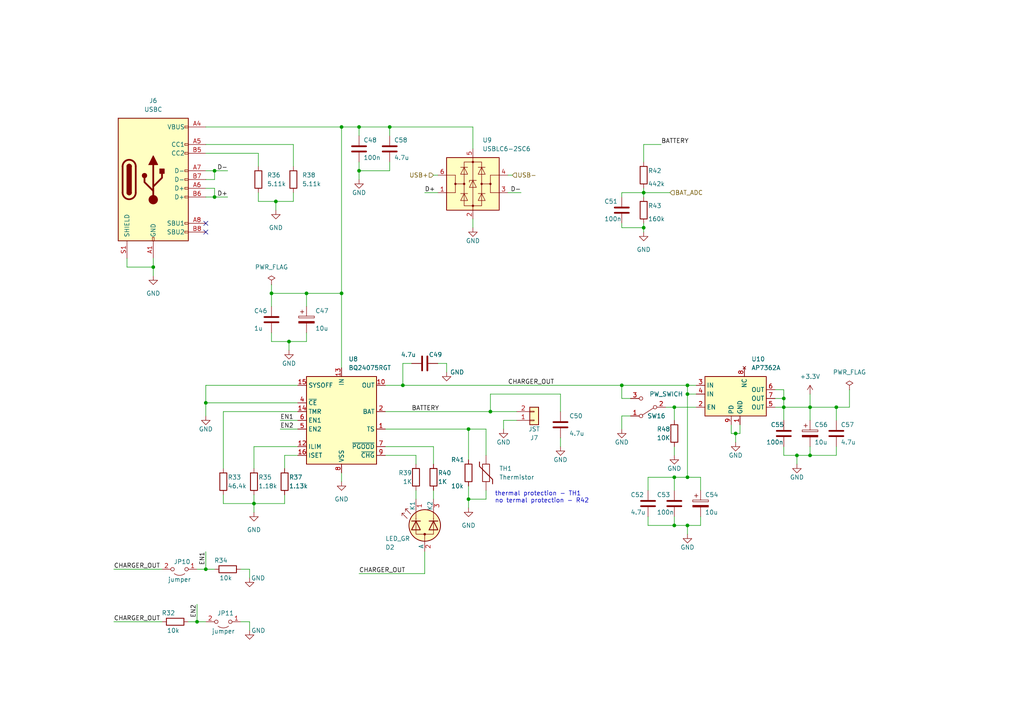
<source format=kicad_sch>
(kicad_sch (version 20211123) (generator eeschema)
  (paper "A4")
  (lib_symbols
    (symbol "Battery_Management:BQ24075RGT"
      (property "Reference" "U" (at -8.89 13.97 0))
      (property "Value" "BQ24075RGT" (at 16.51 13.97 0))
      (symbol "BQ24075RGT_0_1"
        (rectangle (start -10.16 12.7) (end 10.16 -12.7) (stroke (width 0.254)) (fill (type background)))
      )
      (symbol "BQ24075RGT_1_1"
        (pin passive line (at 12.7 -2.54 180) (length 2.54) (name "TS") (number "1"))
        (pin power_out line (at 12.7 10.16 180) (length 2.54) (name "OUT") (number "10"))
        (pin passive line (at 12.7 10.16 180) (length 2.54) hide (name "OUT") (number "11"))
        (pin passive line (at -12.7 -7.62 0) (length 2.54) (name "ILIM") (number "12"))
        (pin power_in line (at 0 15.24 270) (length 2.54) (name "IN") (number "13"))
        (pin input line (at -12.7 2.54 0) (length 2.54) (name "TMR") (number "14"))
        (pin input line (at -12.7 10.16 0) (length 2.54) (name "SYSOFF") (number "15"))
        (pin passive line (at -12.7 -10.16 0) (length 2.54) (name "ISET") (number "16"))
        (pin passive line (at 0 -15.24 90) (length 2.54) hide (name "VSS") (number "17"))
        (pin power_out line (at 12.7 2.54 180) (length 2.54) (name "BAT") (number "2"))
        (pin passive line (at 12.7 2.54 180) (length 2.54) hide (name "BAT") (number "3"))
        (pin input line (at -12.7 5.08 0) (length 2.54) (name "~{CE}") (number "4"))
        (pin input line (at -12.7 -2.54 0) (length 2.54) (name "EN2") (number "5"))
        (pin input line (at -12.7 0 0) (length 2.54) (name "EN1") (number "6"))
        (pin open_collector line (at 12.7 -7.62 180) (length 2.54) (name "~{PGOOD}") (number "7"))
        (pin power_in line (at 0 -15.24 90) (length 2.54) (name "VSS") (number "8"))
        (pin open_collector line (at 12.7 -10.16 180) (length 2.54) (name "~{CHG}") (number "9"))
      )
    )
    (symbol "Connector:USB_C_Receptacle_USB2.0" (pin_names (offset 1.016))
      (property "Reference" "J" (at -10.16 19.05 0))
      (property "Value" "USB_C_Receptacle_USB2.0" (at 19.05 19.05 0))
      (symbol "USB_C_Receptacle_USB2.0_0_0"
        (rectangle (start -0.254 -17.78) (end 0.254 -16.764))
        (rectangle (start 10.16 -14.986) (end 9.144 -15.494))
        (rectangle (start 10.16 -12.446) (end 9.144 -12.954))
        (rectangle (start 10.16 -4.826) (end 9.144 -5.334))
        (rectangle (start 10.16 -2.286) (end 9.144 -2.794))
        (rectangle (start 10.16 0.254) (end 9.144 -0.254))
        (rectangle (start 10.16 2.794) (end 9.144 2.286))
        (rectangle (start 10.16 7.874) (end 9.144 7.366))
        (rectangle (start 10.16 10.414) (end 9.144 9.906))
        (rectangle (start 10.16 15.494) (end 9.144 14.986))
      )
      (symbol "USB_C_Receptacle_USB2.0_0_1"
        (rectangle (start -10.16 17.78) (end 10.16 -17.78) (stroke (width 0.254)) (fill (type background)))
        (arc (start -8.89 -3.81) (mid -6.985 -5.715) (end -5.08 -3.81) (stroke (width 0.508)))
        (arc (start -7.62 -3.81) (mid -6.985 -4.445) (end -6.35 -3.81) (stroke (width 0.254)))
        (arc (start -7.62 -3.81) (mid -6.985 -4.445) (end -6.35 -3.81) (stroke (width 0.254)) (fill (type outline)))
        (rectangle (start -7.62 -3.81) (end -6.35 3.81) (stroke (width 0.254)) (fill (type outline)))
        (arc (start -6.35 3.81) (mid -6.985 4.445) (end -7.62 3.81) (stroke (width 0.254)))
        (arc (start -6.35 3.81) (mid -6.985 4.445) (end -7.62 3.81) (stroke (width 0.254)) (fill (type outline)))
        (arc (start -5.08 3.81) (mid -6.985 5.715) (end -8.89 3.81) (stroke (width 0.508)))
        (circle (center -2.54 1.143) (radius 0.635) (stroke (width 0.254)) (fill (type outline)))
        (circle (center 0 -5.842) (radius 1.27) (fill (type outline)))
        (polyline (pts (xy -8.89 -3.81) (xy -8.89 3.81)) (stroke (width 0.508)))
        (polyline (pts (xy -5.08 3.81) (xy -5.08 -3.81)) (stroke (width 0.508)))
        (polyline (pts (xy 0 -5.842) (xy 0 4.318)) (stroke (width 0.508)))
        (polyline (pts (xy 0 -3.302) (xy -2.54 -0.762) (xy -2.54 0.508)) (stroke (width 0.508)))
        (polyline (pts (xy 0 -2.032) (xy 2.54 0.508) (xy 2.54 1.778)) (stroke (width 0.508)))
        (polyline (pts (xy -1.27 4.318) (xy 0 6.858) (xy 1.27 4.318) (xy -1.27 4.318)) (stroke (width 0.254)) (fill (type outline)))
        (rectangle (start 1.905 1.778) (end 3.175 3.048) (stroke (width 0.254)) (fill (type outline)))
      )
      (symbol "USB_C_Receptacle_USB2.0_1_1"
        (pin passive line (at 0 -22.86 90) (length 5.08) (name "GND") (number "A1"))
        (pin passive line (at 0 -22.86 90) (length 5.08) hide (name "GND") (number "A12"))
        (pin passive line (at 15.24 15.24 180) (length 5.08) (name "VBUS") (number "A4"))
        (pin bidirectional line (at 15.24 10.16 180) (length 5.08) (name "CC1") (number "A5"))
        (pin bidirectional line (at 15.24 -2.54 180) (length 5.08) (name "D+") (number "A6"))
        (pin bidirectional line (at 15.24 2.54 180) (length 5.08) (name "D-") (number "A7"))
        (pin bidirectional line (at 15.24 -12.7 180) (length 5.08) (name "SBU1") (number "A8"))
        (pin passive line (at 15.24 15.24 180) (length 5.08) hide (name "VBUS") (number "A9"))
        (pin passive line (at 0 -22.86 90) (length 5.08) hide (name "GND") (number "B1"))
        (pin passive line (at 0 -22.86 90) (length 5.08) hide (name "GND") (number "B12"))
        (pin passive line (at 15.24 15.24 180) (length 5.08) hide (name "VBUS") (number "B4"))
        (pin bidirectional line (at 15.24 7.62 180) (length 5.08) (name "CC2") (number "B5"))
        (pin bidirectional line (at 15.24 -5.08 180) (length 5.08) (name "D+") (number "B6"))
        (pin bidirectional line (at 15.24 0 180) (length 5.08) (name "D-") (number "B7"))
        (pin bidirectional line (at 15.24 -15.24 180) (length 5.08) (name "SBU2") (number "B8"))
        (pin passive line (at 15.24 15.24 180) (length 5.08) hide (name "VBUS") (number "B9"))
        (pin passive line (at -7.62 -22.86 90) (length 5.08) (name "SHIELD") (number "S1"))
      )
    )
    (symbol "Connector_Generic:Conn_01x02" (pin_names (offset 1.016) hide)
      (property "Reference" "J" (at 0 2.54 0))
      (property "Value" "Conn_01x02" (at 0 -5.08 0))
      (symbol "Conn_01x02_1_1"
        (rectangle (start -1.27 -2.413) (end 0 -2.667) (stroke (width 0.1524)))
        (rectangle (start -1.27 0.127) (end 0 -0.127) (stroke (width 0.1524)))
        (rectangle (start -1.27 1.27) (end 1.27 -3.81) (stroke (width 0.254)) (fill (type background)))
        (pin passive line (at -5.08 0 0) (length 3.81) (name "Pin_1") (number "1"))
        (pin passive line (at -5.08 -2.54 0) (length 3.81) (name "Pin_2") (number "2"))
      )
    )
    (symbol "Device:C" (pin_numbers hide) (pin_names (offset 0.254))
      (property "Reference" "C" (at 0.635 2.54 0))
      (property "Value" "C" (at 0.635 -2.54 0))
      (symbol "C_0_1"
        (polyline (pts (xy -2.032 -0.762) (xy 2.032 -0.762)) (stroke (width 0.508)))
        (polyline (pts (xy -2.032 0.762) (xy 2.032 0.762)) (stroke (width 0.508)))
      )
      (symbol "C_1_1"
        (pin passive line (at 0 3.81 270) (length 2.794) (name "~") (number "1"))
        (pin passive line (at 0 -3.81 90) (length 2.794) (name "~") (number "2"))
      )
    )
    (symbol "Device:C_Polarized" (pin_numbers hide) (pin_names (offset 0.254))
      (property "Reference" "C" (at 0.635 2.54 0))
      (property "Value" "C_Polarized" (at 0.635 -2.54 0))
      (symbol "C_Polarized_0_1"
        (rectangle (start -2.286 0.508) (end 2.286 1.016))
        (polyline (pts (xy -1.778 2.286) (xy -0.762 2.286)))
        (polyline (pts (xy -1.27 2.794) (xy -1.27 1.778)))
        (rectangle (start 2.286 -0.508) (end -2.286 -1.016) (fill (type outline)))
      )
      (symbol "C_Polarized_1_1"
        (pin passive line (at 0 3.81 270) (length 2.794) (name "~") (number "1"))
        (pin passive line (at 0 -3.81 90) (length 2.794) (name "~") (number "2"))
      )
    )
    (symbol "Device:LED_Dual_KAK" (pin_names (offset 0))
      (property "Reference" "D" (at 0 5.715 0))
      (property "Value" "LED_Dual_KAK" (at 0 -6.35 0))
      (symbol "LED_Dual_KAK_0_1"
        (circle (center -2.54 0) (radius 0.2794) (fill (type outline)))
        (polyline (pts (xy -4.572 0) (xy -2.54 0)))
        (polyline (pts (xy 1.27 -1.27) (xy 1.27 -3.81)) (stroke (width 0.254)))
        (polyline (pts (xy 1.27 3.81) (xy 1.27 1.27)) (stroke (width 0.254)))
        (polyline (pts (xy 3.81 -2.54) (xy 1.905 -2.54)))
        (polyline (pts (xy 3.81 2.54) (xy 1.905 2.54)))
        (polyline (pts (xy -1.27 -1.27) (xy -1.27 -3.81) (xy 1.27 -2.54) (xy -1.27 -1.27)) (stroke (width 0.254)))
        (polyline (pts (xy -1.27 3.81) (xy -1.27 1.27) (xy 1.27 2.54) (xy -1.27 3.81)) (stroke (width 0.254)))
        (polyline (pts (xy 2.032 2.54) (xy -2.54 2.54) (xy -2.54 -2.54) (xy 2.032 -2.54)))
        (polyline (pts (xy 2.032 5.08) (xy 3.556 6.604) (xy 2.794 6.604) (xy 3.556 6.604) (xy 3.556 5.842)))
        (polyline (pts (xy 3.302 4.064) (xy 4.826 5.588) (xy 4.064 5.588) (xy 4.826 5.588) (xy 4.826 4.826)))
        (circle (center 0 0) (radius 4.572) (stroke (width 0.254)) (fill (type background)))
      )
      (symbol "LED_Dual_KAK_1_1"
        (pin input line (at 7.62 2.54 180) (length 3.81) (name "K1") (number "1"))
        (pin input line (at -7.62 0 0) (length 3.048) (name "A") (number "2"))
        (pin input line (at 7.62 -2.54 180) (length 3.81) (name "K2") (number "3"))
      )
    )
    (symbol "Device:R" (pin_numbers hide) (pin_names (offset 0))
      (property "Reference" "R" (at 2.032 0 90))
      (property "Value" "R" (at 0 0 90))
      (symbol "R_0_1"
        (rectangle (start -1.016 -2.54) (end 1.016 2.54) (stroke (width 0.254)))
      )
      (symbol "R_1_1"
        (pin passive line (at 0 3.81 270) (length 1.27) (name "~") (number "1"))
        (pin passive line (at 0 -3.81 90) (length 1.27) (name "~") (number "2"))
      )
    )
    (symbol "Device:Thermistor" (pin_numbers hide) (pin_names (offset 0))
      (property "Reference" "TH" (at 2.54 1.27 90))
      (property "Value" "Thermistor" (at -2.54 0 90))
      (symbol "Thermistor_0_1"
        (rectangle (start -1.016 2.54) (end 1.016 -2.54) (stroke (width 0.2032)))
        (polyline (pts (xy -1.905 3.175) (xy -1.905 1.905) (xy 1.905 -1.905) (xy 1.905 -3.175) (xy 1.905 -3.175)) (stroke (width 0.254)))
      )
      (symbol "Thermistor_1_1"
        (pin passive line (at 0 5.08 270) (length 2.54) (name "~") (number "1"))
        (pin passive line (at 0 -5.08 90) (length 2.54) (name "~") (number "2"))
      )
    )
    (symbol "Jumper:Jumper_2_Open" (pin_names (offset 0) hide)
      (property "Reference" "JP" (at 0 2.794 0))
      (property "Value" "Jumper_2_Open" (at 0 -2.286 0))
      (symbol "Jumper_2_Open_0_0"
        (circle (center -2.032 0) (radius 0.508))
        (circle (center 2.032 0) (radius 0.508))
      )
      (symbol "Jumper_2_Open_0_1"
        (arc (start 1.524 1.27) (mid 0 1.778) (end -1.524 1.27))
      )
      (symbol "Jumper_2_Open_1_1"
        (pin passive line (at -5.08 0 0) (length 2.54) (name "A") (number "1"))
        (pin passive line (at 5.08 0 180) (length 2.54) (name "B") (number "2"))
      )
    )
    (symbol "Power_Protection:USBLC6-2SC6" (pin_names hide)
      (property "Reference" "U" (at 2.54 8.89 0))
      (property "Value" "USBLC6-2SC6" (at 2.54 -8.89 0))
      (symbol "USBLC6-2SC6_0_1"
        (rectangle (start -7.62 -7.62) (end 7.62 7.62) (stroke (width 0.254)) (fill (type background)))
        (circle (center -5.08 0) (radius 0.254) (fill (type outline)))
        (circle (center -2.54 0) (radius 0.254) (fill (type outline)))
        (rectangle (start -2.54 6.35) (end 2.54 -6.35))
        (circle (center 0 -6.35) (radius 0.254) (fill (type outline)))
        (polyline (pts (xy -5.08 -2.54) (xy -7.62 -2.54)))
        (polyline (pts (xy -5.08 0) (xy -5.08 -2.54)))
        (polyline (pts (xy -5.08 2.54) (xy -7.62 2.54)))
        (polyline (pts (xy -1.524 -2.794) (xy -3.556 -2.794)))
        (polyline (pts (xy -1.524 4.826) (xy -3.556 4.826)))
        (polyline (pts (xy 0 -7.62) (xy 0 -6.35)))
        (polyline (pts (xy 0 -6.35) (xy 0 1.27)))
        (polyline (pts (xy 0 1.27) (xy 0 6.35)))
        (polyline (pts (xy 0 6.35) (xy 0 7.62)))
        (polyline (pts (xy 1.524 -2.794) (xy 3.556 -2.794)))
        (polyline (pts (xy 1.524 4.826) (xy 3.556 4.826)))
        (polyline (pts (xy 5.08 -2.54) (xy 7.62 -2.54)))
        (polyline (pts (xy 5.08 0) (xy 5.08 -2.54)))
        (polyline (pts (xy 5.08 2.54) (xy 7.62 2.54)))
        (polyline (pts (xy -2.54 0) (xy -5.08 0) (xy -5.08 2.54)))
        (polyline (pts (xy 2.54 0) (xy 5.08 0) (xy 5.08 2.54)))
        (polyline (pts (xy -3.556 -4.826) (xy -1.524 -4.826) (xy -2.54 -2.794) (xy -3.556 -4.826)))
        (polyline (pts (xy -3.556 2.794) (xy -1.524 2.794) (xy -2.54 4.826) (xy -3.556 2.794)))
        (polyline (pts (xy -1.016 -1.016) (xy 1.016 -1.016) (xy 0 1.016) (xy -1.016 -1.016)))
        (polyline (pts (xy 1.016 1.016) (xy 0.762 1.016) (xy -1.016 1.016) (xy -1.016 0.508)))
        (polyline (pts (xy 3.556 -4.826) (xy 1.524 -4.826) (xy 2.54 -2.794) (xy 3.556 -4.826)))
        (polyline (pts (xy 3.556 2.794) (xy 1.524 2.794) (xy 2.54 4.826) (xy 3.556 2.794)))
        (circle (center 0 6.35) (radius 0.254) (fill (type outline)))
        (circle (center 2.54 0) (radius 0.254) (fill (type outline)))
        (circle (center 5.08 0) (radius 0.254) (fill (type outline)))
      )
      (symbol "USBLC6-2SC6_1_1"
        (pin passive line (at -10.16 -2.54 0) (length 2.54) (name "I/O1") (number "1"))
        (pin passive line (at 0 -10.16 90) (length 2.54) (name "GND") (number "2"))
        (pin passive line (at 10.16 -2.54 180) (length 2.54) (name "I/O2") (number "3"))
        (pin passive line (at 10.16 2.54 180) (length 2.54) (name "I/O2") (number "4"))
        (pin passive line (at 0 10.16 270) (length 2.54) (name "VBUS") (number "5"))
        (pin passive line (at -10.16 2.54 0) (length 2.54) (name "I/O1") (number "6"))
      )
    )
    (symbol "Switch:SW_SPDT" (pin_names (offset 0) hide)
      (property "Reference" "SW" (at 0 4.318 0))
      (property "Value" "SW_SPDT" (at 0 -5.08 0))
      (symbol "SW_SPDT_0_0"
        (circle (center -2.032 0) (radius 0.508))
        (circle (center 2.032 -2.54) (radius 0.508))
      )
      (symbol "SW_SPDT_0_1"
        (polyline (pts (xy -1.524 0.254) (xy 1.651 2.286)))
        (circle (center 2.032 2.54) (radius 0.508))
      )
      (symbol "SW_SPDT_1_1"
        (pin passive line (at 5.08 2.54 180) (length 2.54) (name "A") (number "1"))
        (pin passive line (at -5.08 0 0) (length 2.54) (name "B") (number "2"))
        (pin passive line (at 5.08 -2.54 180) (length 2.54) (name "C") (number "3"))
      )
    )
    (symbol "airboy:AP7362A"
      (property "Reference" "U" (at 8.89 5.08 0))
      (property "Value" "AP7362A" (at -3.81 5.08 0))
      (symbol "AP7362A_0_1"
        (rectangle (start -7.62 3.81) (end 10.16 -7.62) (stroke (width 0.254)) (fill (type background)))
      )
      (symbol "AP7362A_1_1"
        (pin input line (at 2.54 -10.16 90) (length 2.54) (name "GND") (number "1"))
        (pin input line (at -10.16 -5.08 0) (length 2.54) (name "EN") (number "2"))
        (pin power_in line (at -10.16 1.27 0) (length 2.54) (name "IN") (number "3"))
        (pin power_in line (at -10.16 -1.27 0) (length 2.54) (name "IN") (number "4"))
        (pin power_out line (at 12.7 -5.08 180) (length 2.54) (name "OUT") (number "5"))
        (pin power_out line (at 12.7 0 180) (length 2.54) (name "OUT") (number "6"))
        (pin power_out line (at 12.7 -2.54 180) (length 2.54) (name "OUT") (number "7"))
        (pin no_connect line (at 3.81 6.35 270) (length 2.54) (name "NC") (number "8"))
        (pin input line (at 0 -10.16 90) (length 2.54) (name "PD") (number "9"))
      )
    )
    (symbol "power:+3.3V" (power) (pin_names (offset 0))
      (property "Value" "+3.3V" (at 0 3.556 0))
      (symbol "+3.3V_0_1"
        (polyline (pts (xy -0.762 1.27) (xy 0 2.54)))
        (polyline (pts (xy 0 0) (xy 0 2.54)))
        (polyline (pts (xy 0 2.54) (xy 0.762 1.27)))
      )
      (symbol "+3.3V_1_1"
        (pin power_in line (at 0 0 90) (length 0) hide (name "+3.3V") (number "1"))
      )
    )
    (symbol "power:GND" (power) (pin_names (offset 0))
      (property "Value" "GND" (at 0 -3.81 0))
      (symbol "GND_0_1"
        (polyline (pts (xy 0 0) (xy 0 -1.27) (xy 1.27 -1.27) (xy 0 -2.54) (xy -1.27 -1.27) (xy 0 -1.27)))
      )
      (symbol "GND_1_1"
        (pin power_in line (at 0 0 270) (length 0) hide (name "GND") (number "1"))
      )
    )
    (symbol "power:PWR_FLAG" (power) (pin_numbers hide) (pin_names (offset 0) hide)
      (property "Value" "PWR_FLAG" (at 0 3.81 0))
      (symbol "PWR_FLAG_0_0"
        (pin power_out line (at 0 0 90) (length 0) (name "pwr") (number "1"))
      )
      (symbol "PWR_FLAG_0_1"
        (polyline (pts (xy 0 0) (xy 0 1.27) (xy -1.016 1.905) (xy 0 2.54) (xy 1.016 1.905) (xy 0 1.27)))
      )
    )
  )
  (junction (at 104.14 36.83))
  (junction (at 186.69 66.04))
  (junction (at 234.95 132.08))
  (junction (at 234.95 118.11))
  (junction (at 57.15 180.34))
  (junction (at 99.06 85.09))
  (junction (at 116.84 111.76))
  (junction (at 135.89 144.78))
  (junction (at 199.39 111.76))
  (junction (at 195.58 118.11))
  (junction (at 142.24 119.38))
  (junction (at 195.58 152.4))
  (junction (at 213.36 125.73))
  (junction (at 231.14 132.08))
  (junction (at 99.06 36.83))
  (junction (at 59.69 116.84))
  (junction (at 78.74 85.09))
  (junction (at 199.39 152.4))
  (junction (at 62.23 49.53))
  (junction (at 80.01 58.42))
  (junction (at 83.82 99.06))
  (junction (at 44.45 77.47))
  (junction (at 62.23 57.15))
  (junction (at 242.57 118.11))
  (junction (at 88.9 85.09))
  (junction (at 195.58 138.43))
  (junction (at 227.33 115.57))
  (junction (at 59.69 165.1))
  (junction (at 180.34 111.76))
  (junction (at 227.33 118.11))
  (junction (at 135.89 124.46))
  (junction (at 113.03 36.83))
  (junction (at 186.69 55.88))
  (junction (at 104.14 49.53))
  (junction (at 199.39 138.43))
  (junction (at 73.66 146.05))
  (junction (at 199.39 114.3))
  (no_connect (at 59.69 64.77))
  (no_connect (at 59.69 67.31))
  (wire (pts (xy 64.77 119.38) (xy 86.36 119.38)))
  (wire (pts (xy 104.14 46.99) (xy 104.14 49.53)))
  (wire (pts (xy 142.24 119.38) (xy 149.86 119.38)))
  (wire (pts (xy 180.34 55.88) (xy 186.69 55.88)))
  (wire (pts (xy 59.69 116.84) (xy 86.36 116.84)))
  (wire (pts (xy 125.73 129.54) (xy 125.73 134.62)))
  (wire (pts (xy 86.36 132.08) (xy 82.55 132.08)))
  (wire (pts (xy 33.02 165.1) (xy 46.99 165.1)))
  (wire (pts (xy 199.39 152.4) (xy 199.39 154.94)))
  (wire (pts (xy 182.88 115.57) (xy 180.34 115.57)))
  (wire (pts (xy 234.95 114.3) (xy 234.95 118.11)))
  (wire (pts (xy 195.58 118.11) (xy 201.93 118.11)))
  (wire (pts (xy 44.45 77.47) (xy 44.45 74.93)))
  (wire (pts (xy 116.84 111.76) (xy 180.34 111.76)))
  (wire (pts (xy 203.2 152.4) (xy 199.39 152.4)))
  (wire (pts (xy 82.55 146.05) (xy 82.55 143.51)))
  (wire (pts (xy 147.32 50.8) (xy 148.59 50.8)))
  (wire (pts (xy 59.69 111.76) (xy 86.36 111.76)))
  (wire (pts (xy 224.79 115.57) (xy 227.33 115.57)))
  (wire (pts (xy 195.58 152.4) (xy 187.96 152.4)))
  (wire (pts (xy 78.74 82.55) (xy 78.74 85.09)))
  (wire (pts (xy 78.74 96.52) (xy 78.74 99.06)))
  (wire (pts (xy 74.93 55.88) (xy 74.93 58.42)))
  (wire (pts (xy 111.76 132.08) (xy 120.65 132.08)))
  (wire (pts (xy 227.33 121.92) (xy 227.33 118.11)))
  (wire (pts (xy 83.82 99.06) (xy 83.82 101.6)))
  (wire (pts (xy 104.14 49.53) (xy 113.03 49.53)))
  (wire (pts (xy 182.88 120.65) (xy 180.34 120.65)))
  (wire (pts (xy 59.69 41.91) (xy 85.09 41.91)))
  (wire (pts (xy 104.14 36.83) (xy 113.03 36.83)))
  (wire (pts (xy 147.32 55.88) (xy 151.13 55.88)))
  (wire (pts (xy 199.39 114.3) (xy 199.39 138.43)))
  (wire (pts (xy 72.39 180.34) (xy 72.39 182.88)))
  (wire (pts (xy 82.55 132.08) (xy 82.55 135.89)))
  (wire (pts (xy 78.74 99.06) (xy 83.82 99.06)))
  (wire (pts (xy 57.15 180.34) (xy 59.69 180.34)))
  (wire (pts (xy 59.69 116.84) (xy 59.69 111.76)))
  (wire (pts (xy 99.06 36.83) (xy 99.06 85.09)))
  (wire (pts (xy 231.14 132.08) (xy 231.14 134.62)))
  (wire (pts (xy 135.89 124.46) (xy 140.97 124.46)))
  (wire (pts (xy 59.69 44.45) (xy 74.93 44.45)))
  (wire (pts (xy 74.93 44.45) (xy 74.93 48.26)))
  (wire (pts (xy 81.28 121.92) (xy 86.36 121.92)))
  (wire (pts (xy 78.74 85.09) (xy 88.9 85.09)))
  (wire (pts (xy 231.14 132.08) (xy 227.33 132.08)))
  (wire (pts (xy 135.89 140.97) (xy 135.89 144.78)))
  (wire (pts (xy 199.39 138.43) (xy 203.2 138.43)))
  (wire (pts (xy 180.34 57.15) (xy 180.34 55.88)))
  (wire (pts (xy 246.38 113.03) (xy 246.38 118.11)))
  (wire (pts (xy 180.34 66.04) (xy 186.69 66.04)))
  (wire (pts (xy 88.9 85.09) (xy 88.9 88.9)))
  (wire (pts (xy 123.19 160.02) (xy 123.19 166.37)))
  (wire (pts (xy 85.09 41.91) (xy 85.09 48.26)))
  (wire (pts (xy 54.61 180.34) (xy 57.15 180.34)))
  (wire (pts (xy 104.14 36.83) (xy 104.14 39.37)))
  (wire (pts (xy 88.9 85.09) (xy 99.06 85.09)))
  (wire (pts (xy 113.03 46.99) (xy 113.03 49.53)))
  (wire (pts (xy 142.24 114.3) (xy 162.56 114.3)))
  (wire (pts (xy 140.97 124.46) (xy 140.97 132.08)))
  (wire (pts (xy 234.95 118.11) (xy 234.95 121.92)))
  (wire (pts (xy 187.96 152.4) (xy 187.96 149.86)))
  (wire (pts (xy 120.65 144.78) (xy 120.65 142.24)))
  (wire (pts (xy 36.83 74.93) (xy 36.83 77.47)))
  (wire (pts (xy 203.2 149.86) (xy 203.2 152.4)))
  (wire (pts (xy 111.76 119.38) (xy 142.24 119.38)))
  (wire (pts (xy 227.33 118.11) (xy 234.95 118.11)))
  (wire (pts (xy 186.69 41.91) (xy 191.77 41.91)))
  (wire (pts (xy 199.39 114.3) (xy 201.93 114.3)))
  (wire (pts (xy 113.03 36.83) (xy 137.16 36.83)))
  (wire (pts (xy 162.56 127) (xy 162.56 129.54)))
  (wire (pts (xy 33.02 180.34) (xy 46.99 180.34)))
  (wire (pts (xy 193.04 118.11) (xy 195.58 118.11)))
  (wire (pts (xy 123.19 55.88) (xy 127 55.88)))
  (wire (pts (xy 140.97 142.24) (xy 140.97 144.78)))
  (wire (pts (xy 57.15 180.34) (xy 57.15 175.26)))
  (wire (pts (xy 140.97 144.78) (xy 135.89 144.78)))
  (wire (pts (xy 116.84 105.41) (xy 119.38 105.41)))
  (wire (pts (xy 199.39 111.76) (xy 201.93 111.76)))
  (wire (pts (xy 83.82 99.06) (xy 88.9 99.06)))
  (wire (pts (xy 74.93 58.42) (xy 80.01 58.42)))
  (wire (pts (xy 59.69 165.1) (xy 59.69 160.02)))
  (wire (pts (xy 88.9 99.06) (xy 88.9 96.52)))
  (wire (pts (xy 246.38 118.11) (xy 242.57 118.11)))
  (wire (pts (xy 242.57 118.11) (xy 242.57 121.92)))
  (wire (pts (xy 199.39 152.4) (xy 195.58 152.4)))
  (wire (pts (xy 149.86 121.92) (xy 146.05 121.92)))
  (wire (pts (xy 99.06 137.16) (xy 99.06 139.7)))
  (wire (pts (xy 62.23 54.61) (xy 62.23 57.15)))
  (wire (pts (xy 146.05 121.92) (xy 146.05 124.46)))
  (wire (pts (xy 187.96 138.43) (xy 195.58 138.43)))
  (wire (pts (xy 186.69 54.61) (xy 186.69 55.88)))
  (wire (pts (xy 111.76 124.46) (xy 135.89 124.46)))
  (wire (pts (xy 137.16 63.5) (xy 137.16 66.04)))
  (wire (pts (xy 199.39 111.76) (xy 199.39 114.3)))
  (wire (pts (xy 214.63 125.73) (xy 213.36 125.73)))
  (wire (pts (xy 195.58 142.24) (xy 195.58 138.43)))
  (wire (pts (xy 99.06 36.83) (xy 104.14 36.83)))
  (wire (pts (xy 186.69 66.04) (xy 186.69 67.31)))
  (wire (pts (xy 195.58 118.11) (xy 195.58 121.92)))
  (wire (pts (xy 113.03 36.83) (xy 113.03 39.37)))
  (wire (pts (xy 213.36 125.73) (xy 213.36 128.27)))
  (wire (pts (xy 81.28 124.46) (xy 86.36 124.46)))
  (wire (pts (xy 186.69 64.77) (xy 186.69 66.04)))
  (wire (pts (xy 129.54 105.41) (xy 129.54 107.95)))
  (wire (pts (xy 127 105.41) (xy 129.54 105.41)))
  (wire (pts (xy 69.85 165.1) (xy 72.39 165.1)))
  (wire (pts (xy 80.01 58.42) (xy 85.09 58.42)))
  (wire (pts (xy 59.69 36.83) (xy 99.06 36.83)))
  (wire (pts (xy 111.76 129.54) (xy 125.73 129.54)))
  (wire (pts (xy 104.14 52.07) (xy 104.14 49.53)))
  (wire (pts (xy 187.96 142.24) (xy 187.96 138.43)))
  (wire (pts (xy 195.58 152.4) (xy 195.58 149.86)))
  (wire (pts (xy 116.84 111.76) (xy 116.84 105.41)))
  (wire (pts (xy 213.36 125.73) (xy 212.09 125.73)))
  (wire (pts (xy 186.69 46.99) (xy 186.69 41.91)))
  (wire (pts (xy 227.33 113.03) (xy 227.33 115.57)))
  (wire (pts (xy 111.76 111.76) (xy 116.84 111.76)))
  (wire (pts (xy 64.77 143.51) (xy 64.77 146.05)))
  (wire (pts (xy 234.95 132.08) (xy 231.14 132.08)))
  (wire (pts (xy 80.01 58.42) (xy 80.01 60.96)))
  (wire (pts (xy 135.89 144.78) (xy 135.89 147.32)))
  (wire (pts (xy 120.65 134.62) (xy 120.65 132.08)))
  (wire (pts (xy 227.33 132.08) (xy 227.33 129.54)))
  (wire (pts (xy 162.56 114.3) (xy 162.56 119.38)))
  (wire (pts (xy 72.39 165.1) (xy 72.39 167.64)))
  (wire (pts (xy 57.15 165.1) (xy 59.69 165.1)))
  (wire (pts (xy 234.95 129.54) (xy 234.95 132.08)))
  (wire (pts (xy 195.58 129.54) (xy 195.58 132.08)))
  (wire (pts (xy 73.66 146.05) (xy 73.66 148.59)))
  (wire (pts (xy 59.69 49.53) (xy 62.23 49.53)))
  (wire (pts (xy 180.34 64.77) (xy 180.34 66.04)))
  (wire (pts (xy 99.06 85.09) (xy 99.06 106.68)))
  (wire (pts (xy 59.69 165.1) (xy 62.23 165.1)))
  (wire (pts (xy 227.33 115.57) (xy 227.33 118.11)))
  (wire (pts (xy 142.24 119.38) (xy 142.24 114.3)))
  (wire (pts (xy 69.85 180.34) (xy 72.39 180.34)))
  (wire (pts (xy 73.66 129.54) (xy 86.36 129.54)))
  (wire (pts (xy 64.77 146.05) (xy 73.66 146.05)))
  (wire (pts (xy 59.69 54.61) (xy 62.23 54.61)))
  (wire (pts (xy 242.57 132.08) (xy 242.57 129.54)))
  (wire (pts (xy 59.69 116.84) (xy 59.69 120.65)))
  (wire (pts (xy 125.73 50.8) (xy 127 50.8)))
  (wire (pts (xy 78.74 88.9) (xy 78.74 85.09)))
  (wire (pts (xy 62.23 49.53) (xy 66.04 49.53)))
  (wire (pts (xy 180.34 120.65) (xy 180.34 124.46)))
  (wire (pts (xy 224.79 118.11) (xy 227.33 118.11)))
  (wire (pts (xy 180.34 115.57) (xy 180.34 111.76)))
  (wire (pts (xy 44.45 77.47) (xy 44.45 80.01)))
  (wire (pts (xy 85.09 58.42) (xy 85.09 55.88)))
  (wire (pts (xy 224.79 113.03) (xy 227.33 113.03)))
  (wire (pts (xy 186.69 55.88) (xy 194.31 55.88)))
  (wire (pts (xy 203.2 138.43) (xy 203.2 142.24)))
  (wire (pts (xy 214.63 123.19) (xy 214.63 125.73)))
  (wire (pts (xy 59.69 57.15) (xy 62.23 57.15)))
  (wire (pts (xy 212.09 125.73) (xy 212.09 123.19)))
  (wire (pts (xy 242.57 118.11) (xy 234.95 118.11)))
  (wire (pts (xy 62.23 49.53) (xy 62.23 52.07)))
  (wire (pts (xy 73.66 143.51) (xy 73.66 146.05)))
  (wire (pts (xy 186.69 55.88) (xy 186.69 57.15)))
  (wire (pts (xy 73.66 146.05) (xy 82.55 146.05)))
  (wire (pts (xy 234.95 132.08) (xy 242.57 132.08)))
  (wire (pts (xy 73.66 135.89) (xy 73.66 129.54)))
  (wire (pts (xy 64.77 135.89) (xy 64.77 119.38)))
  (wire (pts (xy 36.83 77.47) (xy 44.45 77.47)))
  (wire (pts (xy 62.23 57.15) (xy 66.04 57.15)))
  (wire (pts (xy 125.73 142.24) (xy 125.73 144.78)))
  (wire (pts (xy 59.69 52.07) (xy 62.23 52.07)))
  (wire (pts (xy 195.58 138.43) (xy 199.39 138.43)))
  (wire (pts (xy 104.14 166.37) (xy 123.19 166.37)))
  (wire (pts (xy 135.89 124.46) (xy 135.89 133.35)))
  (wire (pts (xy 137.16 43.18) (xy 137.16 36.83)))
  (wire (pts (xy 180.34 111.76) (xy 199.39 111.76)))
  (text "thermal protection - TH1\nno termal protection - R42" (at 143.51 146.05 0) (effects (font (size 1.27 1.27)) (justify left bottom)))
  (label "CHARGER_OUT" (at 33.02 165.1 0))
  (label "EN2" (at 57.15 175.26 270))
  (label "EN1" (at 81.28 121.92 0))
  (label "BATTERY" (at 119.38 119.38 0))
  (label "EN2" (at 81.28 124.46 0))
  (label "D-" (at 151.13 55.88 180))
  (label "CHARGER_OUT" (at 147.32 111.76 0))
  (label "CHARGER_OUT" (at 104.14 166.37 0))
  (label "D-" (at 66.04 49.53 180))
  (label "D+" (at 66.04 57.15 180))
  (label "D+" (at 123.19 55.88 0))
  (label "EN1" (at 59.69 160.02 270))
  (label "BATTERY" (at 191.77 41.91 0))
  (label "CHARGER_OUT" (at 33.02 180.34 0))
  (hierarchical_label "BAT_ADC" (shape input) (at 194.31 55.88 0))
  (hierarchical_label "USB-" (shape input) (at 148.59 50.8 0))
  (hierarchical_label "USB+" (shape input) (at 125.73 50.8 180))
  (symbol (lib_id "Device:Thermistor") (at 140.97 137.16 180) (unit 1)
    (property "Reference" "TH1" (at 144.78 135.8899 0) (effects (justify right)))
    (property "Value" "Thermistor" (at 144.78 138.4299 0) (effects (justify right)))
    (property "Footprint" "Airboy:NTC" (effects hide))
  )
  (symbol (lib_id "power:GND") (at 83.82 101.6 0) (unit 1)
    (property "Reference" "#PWR087" (effects hide))
    (property "Value" "GND" (at 83.82 105.41 0))
  )
  (symbol (lib_id "Connector:USB_C_Receptacle_USB2.0") (at 44.45 52.07 0) (unit 1)
    (property "Reference" "J6" (at 44.45 29.21 0))
    (property "Value" "USBC" (at 44.45 31.75 0))
    (property "Footprint" "Connector_USB:USB_C_Receptacle_Palconn_UTC16-G" (effects hide))
    (property "Datasheet" "https://www.usb.org/sites/default/files/documents/usb_type-c.zip" (effects hide))
  )
  (symbol (lib_id "Device:R") (at 186.69 60.96 0) (unit 1)
    (property "Reference" "R43" (at 187.96 59.69 0) (effects (justify left)))
    (property "Value" "160k" (at 187.96 63.5 0) (effects (justify left)))
    (property "Footprint" "Resistor_SMD:R_0603_1608Metric_Pad0.98x0.95mm_HandSolder" (effects hide))
  )
  (symbol (lib_id "power:GND") (at 137.16 66.04 0) (unit 1)
    (property "Reference" "#PWR090" (effects hide))
    (property "Value" "GND" (at 137.16 69.85 0))
  )
  (symbol (lib_id "Device:R") (at 73.66 139.7 0) (unit 1)
    (property "Reference" "R35" (at 74.93 138.43 0) (effects (justify left)))
    (property "Value" "1.18k" (at 74.93 140.97 0) (effects (justify left)))
    (property "Footprint" "Resistor_SMD:R_0603_1608Metric_Pad0.98x0.95mm_HandSolder" (effects hide))
  )
  (symbol (lib_id "Connector_Generic:Conn_01x02") (at 154.94 121.92 0) (mirror x) (unit 1)
    (property "Reference" "J7" (at 154.94 127 0))
    (property "Value" "JST" (at 154.94 124.46 0))
    (property "Footprint" "Connector_JST:JST_EH_S2B-EH_1x02_P2.50mm_Horizontal" (effects hide))
  )
  (symbol (lib_id "power:GND") (at 186.69 67.31 0) (unit 1)
    (property "Reference" "#PWR096" (effects hide))
    (property "Value" "GND" (at 186.69 72.39 0))
  )
  (symbol (lib_id "Device:R") (at 135.89 137.16 0) (unit 1)
    (property "Reference" "R41" (at 130.81 133.35 0) (effects (justify left)))
    (property "Value" "10k" (at 130.81 140.97 0) (effects (justify left)))
    (property "Footprint" "Resistor_SMD:R_0603_1608Metric_Pad0.98x0.95mm_HandSolder" (effects hide))
  )
  (symbol (lib_id "Device:R") (at 66.04 165.1 90) (unit 1)
    (property "Reference" "R34" (at 66.04 162.56 90) (effects (justify left)))
    (property "Value" "10k" (at 67.31 167.64 90) (effects (justify left)))
    (property "Footprint" "Resistor_SMD:R_0603_1608Metric_Pad0.98x0.95mm_HandSolder" (effects hide))
  )
  (symbol (lib_id "power:GND") (at 162.56 129.54 0) (unit 1)
    (property "Reference" "#PWR094" (effects hide))
    (property "Value" "GND" (at 162.56 133.35 0))
  )
  (symbol (lib_id "Device:R") (at 50.8 180.34 90) (unit 1)
    (property "Reference" "R32" (at 50.8 177.8 90) (effects (justify left)))
    (property "Value" "10k" (at 52.07 182.88 90) (effects (justify left)))
    (property "Footprint" "Resistor_SMD:R_0603_1608Metric_Pad0.98x0.95mm_HandSolder" (effects hide))
  )
  (symbol (lib_id "power:PWR_FLAG") (at 246.38 113.03 0) (unit 1)
    (property "Reference" "#FLG03" (effects hide))
    (property "Value" "PWR_FLAG" (at 246.38 107.95 0))
  )
  (symbol (lib_id "power:PWR_FLAG") (at 78.74 82.55 0) (unit 1)
    (property "Reference" "#FLG02" (effects hide))
    (property "Value" "PWR_FLAG" (at 78.74 77.47 0))
  )
  (symbol (lib_id "Device:R") (at 74.93 52.07 0) (unit 1)
    (property "Reference" "R36" (at 77.47 50.7999 0) (effects (justify left)))
    (property "Value" "5.11k" (at 77.47 53.3399 0) (effects (justify left)))
    (property "Footprint" "Resistor_SMD:R_0603_1608Metric_Pad0.98x0.95mm_HandSolder" (effects hide))
  )
  (symbol (lib_id "power:GND") (at 213.36 128.27 0) (unit 1)
    (property "Reference" "#PWR098" (effects hide))
    (property "Value" "GND" (at 213.36 132.08 0))
  )
  (symbol (lib_id "Device:C") (at 187.96 146.05 0) (mirror x) (unit 1)
    (property "Reference" "C52" (at 182.88 143.51 0) (effects (justify left)))
    (property "Value" "4.7u" (at 182.88 148.59 0) (effects (justify left)))
    (property "Footprint" "Capacitor_SMD:C_0603_1608Metric_Pad1.08x0.95mm_HandSolder" (effects hide))
  )
  (symbol (lib_id "Device:C") (at 242.57 125.73 0) (mirror x) (unit 1)
    (property "Reference" "C57" (at 243.84 123.19 0) (effects (justify left)))
    (property "Value" "4.7u" (at 243.84 128.27 0) (effects (justify left)))
    (property "Footprint" "Capacitor_SMD:C_0603_1608Metric_Pad1.08x0.95mm_HandSolder" (effects hide))
  )
  (symbol (lib_id "power:GND") (at 146.05 124.46 0) (unit 1)
    (property "Reference" "#PWR093" (effects hide))
    (property "Value" "GND" (at 146.05 128.27 0))
  )
  (symbol (lib_id "Power_Protection:USBLC6-2SC6") (at 137.16 53.34 0) (unit 1)
    (property "Reference" "U9" (at 139.9287 40.64 0) (effects (justify left)))
    (property "Value" "USBLC6-2SC6" (at 139.9287 43.18 0) (effects (justify left)))
    (property "Footprint" "Package_TO_SOT_SMD:SOT-23-6" (effects hide))
    (property "Datasheet" "https://www.st.com/resource/en/datasheet/usblc6-2.pdf" (effects hide))
  )
  (symbol (lib_id "Switch:SW_SPDT") (at 187.96 118.11 180) (unit 1)
    (property "Reference" "SW16" (at 193.04 120.65 0) (effects (justify left)))
    (property "Value" "PW_SWICH" (at 198.12 114.3 0) (effects (justify left)))
    (property "Footprint" "Button_Switch_THT:SW_CuK_OS102011MA1QN1_SPDT_Angled" (effects hide))
  )
  (symbol (lib_id "power:GND") (at 135.89 147.32 0) (unit 1)
    (property "Reference" "#PWR092" (effects hide))
    (property "Value" "GND" (at 135.89 152.4 0))
  )
  (symbol (lib_id "power:GND") (at 44.45 80.01 0) (unit 1)
    (property "Reference" "#PWR081" (effects hide))
    (property "Value" "GND" (at 44.45 85.09 0))
  )
  (symbol (lib_id "Device:C") (at 195.58 146.05 0) (unit 1)
    (property "Reference" "C53" (at 190.5 143.51 0) (effects (justify left)))
    (property "Value" "100n" (at 190.5 148.59 0) (effects (justify left)))
    (property "Footprint" "Capacitor_SMD:C_0603_1608Metric_Pad1.08x0.95mm_HandSolder" (effects hide))
  )
  (symbol (lib_id "Device:C_Polarized") (at 203.2 146.05 0) (unit 1)
    (property "Reference" "C54" (at 204.47 143.51 0) (effects (justify left)))
    (property "Value" "10u" (at 204.47 148.59 0) (effects (justify left)))
    (property "Footprint" "Capacitor_Tantalum_SMD:CP_EIA-3216-18_Kemet-A_Pad1.58x1.35mm_HandSolder" (effects hide))
  )
  (symbol (lib_id "Device:LED_Dual_KAK") (at 123.19 152.4 90) (unit 1)
    (property "Reference" "D2" (at 111.76 158.75 90) (effects (justify right)))
    (property "Value" "LED_GR" (at 111.76 156.21 90) (effects (justify right)))
    (property "Footprint" "Airboy:LED_RG" (effects hide))
  )
  (symbol (lib_id "Device:C") (at 123.19 105.41 90) (mirror x) (unit 1)
    (property "Reference" "C49" (at 128.27 102.87 90) (effects (justify left)))
    (property "Value" "4.7u" (at 120.65 102.87 90) (effects (justify left)))
    (property "Footprint" "Capacitor_SMD:C_0603_1608Metric_Pad1.08x0.95mm_HandSolder" (effects hide))
  )
  (symbol (lib_id "Device:C") (at 180.34 60.96 0) (unit 1)
    (property "Reference" "C51" (at 175.26 58.42 0) (effects (justify left)))
    (property "Value" "100n" (at 175.26 63.5 0) (effects (justify left)))
    (property "Footprint" "Capacitor_SMD:C_0603_1608Metric_Pad1.08x0.95mm_HandSolder" (effects hide))
  )
  (symbol (lib_id "power:GND") (at 231.14 134.62 0) (unit 1)
    (property "Reference" "#PWR099" (effects hide))
    (property "Value" "GND" (at 231.14 138.43 0))
  )
  (symbol (lib_id "power:GND") (at 99.06 139.7 0) (unit 1)
    (property "Reference" "#PWR088" (effects hide))
    (property "Value" "GND" (at 99.06 144.78 0))
  )
  (symbol (lib_id "power:GND") (at 59.69 120.65 0) (unit 1)
    (property "Reference" "#PWR082" (effects hide))
    (property "Value" "GND" (at 59.69 124.46 0))
  )
  (symbol (lib_id "Battery_Management:BQ24075RGT") (at 99.06 121.92 0) (unit 1)
    (property "Reference" "U8" (at 101.0794 104.14 0) (effects (justify left)))
    (property "Value" "BQ24075RGT" (at 101.0794 106.68 0) (effects (justify left)))
    (property "Footprint" "Package_DFN_QFN:VQFN-16-1EP_3x3mm_P0.5mm_EP1.6x1.6mm" (effects hide))
    (property "Datasheet" "http://www.ti.com/lit/ds/symlink/bq24075.pdf" (effects hide))
  )
  (symbol (lib_id "Device:C") (at 113.03 43.18 0) (mirror x) (unit 1)
    (property "Reference" "C58" (at 114.3 40.64 0) (effects (justify left)))
    (property "Value" "4.7u" (at 114.3 45.72 0) (effects (justify left)))
    (property "Footprint" "Capacitor_SMD:C_0603_1608Metric_Pad1.08x0.95mm_HandSolder" (effects hide))
  )
  (symbol (lib_id "Device:R") (at 85.09 52.07 0) (unit 1)
    (property "Reference" "R38" (at 87.63 50.7999 0) (effects (justify left)))
    (property "Value" "5.11k" (at 87.63 53.3399 0) (effects (justify left)))
    (property "Footprint" "Resistor_SMD:R_0603_1608Metric_Pad0.98x0.95mm_HandSolder" (effects hide))
  )
  (symbol (lib_id "power:GND") (at 80.01 60.96 0) (unit 1)
    (property "Reference" "#PWR086" (effects hide))
    (property "Value" "GND" (at 80.01 66.04 0))
  )
  (symbol (lib_id "Device:C") (at 227.33 125.73 0) (unit 1)
    (property "Reference" "C55" (at 223.52 123.19 0) (effects (justify left)))
    (property "Value" "100n" (at 222.25 128.27 0) (effects (justify left)))
    (property "Footprint" "Capacitor_SMD:C_0603_1608Metric_Pad1.08x0.95mm_HandSolder" (effects hide))
  )
  (symbol (lib_id "power:GND") (at 195.58 132.08 0) (unit 1)
    (property "Reference" "#PWR0114" (effects hide))
    (property "Value" "GND" (at 195.58 135.89 0))
  )
  (symbol (lib_id "Device:C") (at 104.14 43.18 0) (unit 1)
    (property "Reference" "C48" (at 105.41 40.64 0) (effects (justify left)))
    (property "Value" "100n" (at 105.41 45.72 0) (effects (justify left)))
    (property "Footprint" "Capacitor_SMD:C_0603_1608Metric_Pad1.08x0.95mm_HandSolder" (effects hide))
  )
  (symbol (lib_id "Device:R") (at 186.69 50.8 0) (unit 1)
    (property "Reference" "R42" (at 187.96 49.53 0) (effects (justify left)))
    (property "Value" "442k" (at 187.96 53.34 0) (effects (justify left)))
    (property "Footprint" "Resistor_SMD:R_0603_1608Metric_Pad0.98x0.95mm_HandSolder" (effects hide))
  )
  (symbol (lib_id "Device:R") (at 82.55 139.7 0) (unit 1)
    (property "Reference" "R37" (at 83.82 138.43 0) (effects (justify left)))
    (property "Value" "1.13k" (at 83.82 140.97 0) (effects (justify left)))
    (property "Footprint" "Resistor_SMD:R_0603_1608Metric_Pad0.98x0.95mm_HandSolder" (effects hide))
  )
  (symbol (lib_id "Device:R") (at 125.73 138.43 0) (unit 1)
    (property "Reference" "R40" (at 127 137.16 0) (effects (justify left)))
    (property "Value" "1K" (at 127 139.7 0) (effects (justify left)))
    (property "Footprint" "Resistor_SMD:R_0603_1608Metric_Pad0.98x0.95mm_HandSolder" (effects hide))
  )
  (symbol (lib_id "Device:C_Polarized") (at 88.9 92.71 0) (unit 1)
    (property "Reference" "C47" (at 91.44 90.17 0) (effects (justify left)))
    (property "Value" "10u" (at 91.44 95.25 0) (effects (justify left)))
    (property "Footprint" "Capacitor_Tantalum_SMD:CP_EIA-3216-18_Kemet-A_Pad1.58x1.35mm_HandSolder" (effects hide))
  )
  (symbol (lib_id "power:GND") (at 199.39 154.94 0) (unit 1)
    (property "Reference" "#PWR097" (effects hide))
    (property "Value" "GND" (at 199.39 158.75 0))
  )
  (symbol (lib_id "Jumper:Jumper_2_Open") (at 64.77 180.34 180) (unit 1)
    (property "Reference" "JP11" (at 62.9862 177.8423 0) (effects (justify right)))
    (property "Value" "jumper" (at 61.4363 183.0905 0) (effects (justify right)))
    (property "Footprint" "Jumper:SolderJumper-2_P1.3mm_Open_RoundedPad1.0x1.5mm" (effects hide))
  )
  (symbol (lib_id "Jumper:Jumper_2_Open") (at 52.07 165.1 180) (unit 1)
    (property "Reference" "JP10" (at 50.3767 162.9398 0) (effects (justify right)))
    (property "Value" "jumper" (at 48.7194 168.0844 0) (effects (justify right)))
    (property "Footprint" "Jumper:SolderJumper-2_P1.3mm_Open_RoundedPad1.0x1.5mm" (effects hide))
  )
  (symbol (lib_id "power:GND") (at 72.39 182.88 0) (unit 1)
    (property "Reference" "#PWR084" (effects hide))
    (property "Value" "GND" (at 74.93 182.88 0))
  )
  (symbol (lib_id "Device:R") (at 195.58 125.73 0) (unit 1)
    (property "Reference" "R48" (at 190.5 124.46 0) (effects (justify left)))
    (property "Value" "10K" (at 190.5 127 0) (effects (justify left)))
    (property "Footprint" "Resistor_SMD:R_0603_1608Metric_Pad0.98x0.95mm_HandSolder" (effects hide))
  )
  (symbol (lib_id "Device:R") (at 120.65 138.43 0) (unit 1)
    (property "Reference" "R39" (at 115.57 137.16 0) (effects (justify left)))
    (property "Value" "1K" (at 116.84 139.7 0) (effects (justify left)))
    (property "Footprint" "Resistor_SMD:R_0603_1608Metric_Pad0.98x0.95mm_HandSolder" (effects hide))
  )
  (symbol (lib_id "airboy:AP7362A") (at 212.09 113.03 0) (unit 1)
    (property "Reference" "U10" (at 217.9194 104.14 0) (effects (justify left)))
    (property "Value" "AP7362A" (at 217.9194 106.68 0) (effects (justify left)))
    (property "Footprint" "Package_SO:Diodes_SO-8EP" (effects hide))
  )
  (symbol (lib_id "power:GND") (at 104.14 52.07 0) (unit 1)
    (property "Reference" "#PWR089" (effects hide))
    (property "Value" "GND" (at 104.14 55.88 0))
  )
  (symbol (lib_id "power:GND") (at 180.34 124.46 0) (unit 1)
    (property "Reference" "#PWR095" (effects hide))
    (property "Value" "GND" (at 180.34 128.27 0))
  )
  (symbol (lib_id "Device:C_Polarized") (at 234.95 125.73 0) (unit 1)
    (property "Reference" "C56" (at 236.22 123.19 0) (effects (justify left)))
    (property "Value" "10u" (at 236.22 128.27 0) (effects (justify left)))
    (property "Footprint" "Capacitor_Tantalum_SMD:CP_EIA-3216-18_Kemet-A_Pad1.58x1.35mm_HandSolder" (effects hide))
  )
  (symbol (lib_id "Device:R") (at 64.77 139.7 0) (unit 1)
    (property "Reference" "R33" (at 66.04 138.43 0) (effects (justify left)))
    (property "Value" "46.4k" (at 66.04 140.97 0) (effects (justify left)))
    (property "Footprint" "Resistor_SMD:R_0603_1608Metric_Pad0.98x0.95mm_HandSolder" (effects hide))
  )
  (symbol (lib_id "Device:C") (at 162.56 123.19 0) (unit 1)
    (property "Reference" "C50" (at 165.1 120.65 0) (effects (justify left)))
    (property "Value" "4.7u" (at 165.1 125.73 0) (effects (justify left)))
    (property "Footprint" "Capacitor_SMD:C_0603_1608Metric_Pad1.08x0.95mm_HandSolder" (effects hide))
  )
  (symbol (lib_id "Device:C") (at 78.74 92.71 0) (unit 1)
    (property "Reference" "C46" (at 73.66 90.17 0) (effects (justify left)))
    (property "Value" "1u" (at 73.66 95.25 0) (effects (justify left)))
    (property "Footprint" "Capacitor_SMD:C_0603_1608Metric_Pad1.08x0.95mm_HandSolder" (effects hide))
  )
  (symbol (lib_id "power:GND") (at 73.66 148.59 0) (unit 1)
    (property "Reference" "#PWR085" (effects hide))
    (property "Value" "GND" (at 73.66 153.67 0))
  )
  (symbol (lib_id "power:GND") (at 129.54 107.95 0) (mirror y) (unit 1)
    (property "Reference" "#PWR091" (effects hide))
    (property "Value" "GND" (at 134.62 107.95 0) (effects (justify left)))
  )
  (symbol (lib_id "power:GND") (at 72.39 167.64 0) (unit 1)
    (property "Reference" "#PWR083" (effects hide))
    (property "Value" "GND" (at 72.8193 167.6639 0) (effects (justify left)))
  )
  (symbol (lib_id "power:+3.3V") (at 234.95 114.3 0) (unit 1)
    (property "Reference" "#PWR0100" (effects hide))
    (property "Value" "+3.3V" (at 234.95 109.22 0))
  )
)
</source>
